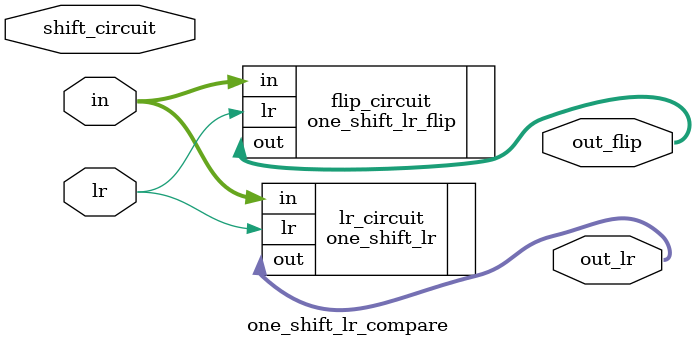
<source format=sv>
`timescale 1ns / 1ps


module one_shift_lr_compare(
    input logic [7:0] in,
    input logic lr, shift_circuit,
    output logic [7:0] out_lr, out_flip
    );
    
    one_shift_lr lr_circuit (.in(in), .out(out_lr), .lr(lr));
    one_shift_lr_flip flip_circuit (.in(in), .out(out_flip), .lr(lr));
    
    assign out = shift_circuit ? out_lr : out_flip;
    
    
endmodule

</source>
